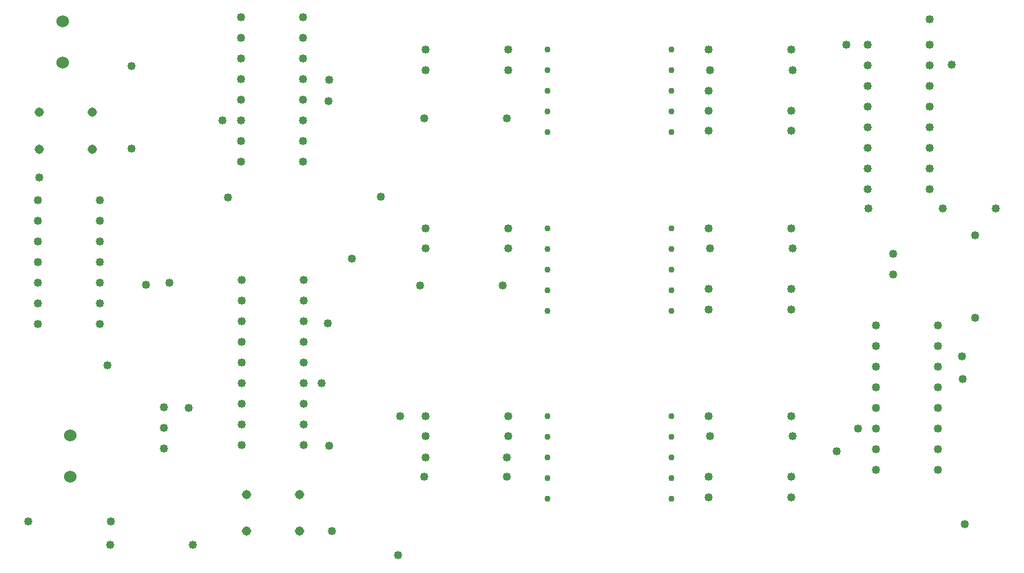
<source format=gbr>
G04 PROTEUS GERBER X2 FILE*
%TF.GenerationSoftware,Labcenter,Proteus,8.8-SP0-Build26547*%
%TF.CreationDate,2024-06-03T23:11:47+00:00*%
%TF.FileFunction,Plated,1,2,PTH*%
%TF.FilePolarity,Positive*%
%TF.Part,Single*%
%TF.SameCoordinates,{21ee4477-aff3-40fb-9ee6-804b83d108f7}*%
%FSLAX45Y45*%
%MOMM*%
G01*
%TA.AperFunction,ViaDrill*%
%ADD29C,1.016000*%
%TA.AperFunction,ComponentDrill*%
%ADD72C,0.762000*%
%TA.AperFunction,ComponentDrill*%
%ADD73C,1.016000*%
%ADD30C,1.524000*%
%TA.AperFunction,ComponentDrill*%
%ADD31C,1.143000*%
%TD.AperFunction*%
D29*
X+11457054Y-10372256D03*
X+5220603Y-10298924D03*
X+5123522Y-9534459D03*
X+11717725Y-10091365D03*
X+6087166Y-9936376D03*
X+13033449Y-11265790D03*
X+13000000Y-9200000D03*
X+13001587Y-9485154D03*
X+2963726Y-8320224D03*
X+12873802Y-5613072D03*
X+11574172Y-5367249D03*
X+5214438Y-5795155D03*
X+5208049Y-6060535D03*
X+3250000Y-8300000D03*
X+3900000Y-6300000D03*
X+7400000Y-10450000D03*
X+6400000Y-10450000D03*
X+5847834Y-7235918D03*
X+3969220Y-7242954D03*
X+9885495Y-5935514D03*
X+12600000Y-5050000D03*
X+3485524Y-9840077D03*
X+2490185Y-9312010D03*
X+5500000Y-8000000D03*
X+5250000Y-11350000D03*
X+1651536Y-7003115D03*
X+6060871Y-11650197D03*
X+11845892Y-7384841D03*
X+12756874Y-7378809D03*
X+13411529Y-7385087D03*
X+5200387Y-8796905D03*
D72*
X+9424000Y-6187956D03*
X+9424000Y-6441956D03*
X+7900000Y-6187956D03*
X+9424000Y-5933956D03*
X+7900000Y-5933956D03*
X+7900000Y-5679956D03*
X+7900000Y-6441956D03*
X+7900000Y-5425956D03*
X+9424000Y-5425956D03*
X+9424000Y-5679956D03*
X+9424000Y-8387956D03*
X+9424000Y-8641956D03*
X+7900000Y-8387956D03*
X+9424000Y-8133956D03*
X+7900000Y-8133956D03*
X+7900000Y-7879956D03*
X+7900000Y-8641956D03*
X+7900000Y-7625956D03*
X+9424000Y-7625956D03*
X+9424000Y-7879956D03*
X+9424000Y-10699956D03*
X+9424000Y-10953956D03*
X+7900000Y-10699956D03*
X+9424000Y-10445956D03*
X+7900000Y-10445956D03*
X+7900000Y-10191956D03*
X+7900000Y-10953956D03*
X+7900000Y-9937956D03*
X+9424000Y-9937956D03*
X+9424000Y-10191956D03*
D73*
X+10900000Y-10687956D03*
X+9884000Y-10687956D03*
X+10900000Y-10937956D03*
X+9884000Y-10937956D03*
X+6384000Y-10687956D03*
X+7400000Y-10687956D03*
X+6400000Y-10187956D03*
X+7416000Y-10187956D03*
X+6400000Y-9937956D03*
X+7416000Y-9937956D03*
X+10916000Y-10187956D03*
X+9900000Y-10187956D03*
X+10900000Y-9937956D03*
X+9884000Y-9937956D03*
X+10900000Y-8375956D03*
X+9884000Y-8375956D03*
X+10900000Y-8625956D03*
X+9884000Y-8625956D03*
X+6334000Y-8325956D03*
X+7350000Y-8325956D03*
X+6400000Y-7875956D03*
X+7416000Y-7875956D03*
X+6400000Y-7625956D03*
X+7416000Y-7625956D03*
X+10916000Y-7875956D03*
X+9900000Y-7875956D03*
X+10900000Y-7625956D03*
X+9884000Y-7625956D03*
X+10900000Y-6175956D03*
X+9884000Y-6175956D03*
X+10900000Y-6425956D03*
X+9884000Y-6425956D03*
X+6384000Y-6275956D03*
X+7400000Y-6275956D03*
X+6400000Y-5675956D03*
X+7416000Y-5675956D03*
X+6400000Y-5425956D03*
X+7416000Y-5425956D03*
X+10916000Y-5675956D03*
X+9900000Y-5675956D03*
X+10900000Y-5425956D03*
X+9884000Y-5425956D03*
X+11938000Y-8821956D03*
X+11938000Y-9075956D03*
X+11938000Y-9329956D03*
X+11938000Y-9583956D03*
X+11938000Y-9837956D03*
X+11938000Y-10091956D03*
X+11938000Y-10345956D03*
X+11938000Y-10599956D03*
X+12700000Y-10599956D03*
X+12700000Y-10345956D03*
X+12700000Y-10091956D03*
X+12700000Y-9837956D03*
X+12700000Y-9583956D03*
X+12700000Y-9329956D03*
X+12700000Y-9075956D03*
X+12700000Y-8821956D03*
X+12600000Y-7145956D03*
X+12600000Y-6891956D03*
X+12600000Y-6637956D03*
X+12600000Y-6383956D03*
X+12600000Y-6129956D03*
X+12600000Y-5875956D03*
X+12600000Y-5621956D03*
X+12600000Y-5367956D03*
X+11838000Y-5367956D03*
X+11838000Y-5621956D03*
X+11838000Y-5875956D03*
X+11838000Y-6129956D03*
X+11838000Y-6383956D03*
X+11838000Y-6637956D03*
X+11838000Y-6891956D03*
X+11838000Y-7145956D03*
X+4134000Y-5031956D03*
X+4134000Y-5285956D03*
X+4134000Y-5539956D03*
X+4134000Y-5793956D03*
X+4134000Y-6047956D03*
X+4134000Y-6301956D03*
X+4134000Y-6555956D03*
X+4134000Y-6809956D03*
X+4896000Y-6809956D03*
X+4896000Y-6555956D03*
X+4896000Y-6301956D03*
X+4896000Y-6047956D03*
X+4896000Y-5793956D03*
X+4896000Y-5539956D03*
X+4896000Y-5285956D03*
X+4896000Y-5031956D03*
D30*
X+1936000Y-5079956D03*
X+1936000Y-5587956D03*
X+2036000Y-10179956D03*
X+2036000Y-10687956D03*
D73*
X+3186000Y-10333956D03*
X+3186000Y-10079956D03*
X+3186000Y-9825956D03*
X+13162000Y-8727956D03*
X+13162000Y-7711956D03*
X+2536000Y-11229956D03*
X+1520000Y-11229956D03*
X+2786000Y-5629956D03*
X+2786000Y-6645956D03*
X+1638000Y-7279956D03*
X+1638000Y-7533956D03*
X+1638000Y-7787956D03*
X+1638000Y-8041956D03*
X+1638000Y-8295956D03*
X+1638000Y-8549956D03*
X+1638000Y-8803956D03*
X+2400000Y-8803956D03*
X+2400000Y-8549956D03*
X+2400000Y-8295956D03*
X+2400000Y-8041956D03*
X+2400000Y-7787956D03*
X+2400000Y-7533956D03*
X+2400000Y-7279956D03*
X+4138000Y-8263956D03*
X+4138000Y-8517956D03*
X+4138000Y-8771956D03*
X+4138000Y-9025956D03*
X+4138000Y-9279956D03*
X+4138000Y-9533956D03*
X+4138000Y-9787956D03*
X+4138000Y-10041956D03*
X+4138000Y-10295956D03*
X+4900000Y-10295956D03*
X+4900000Y-10041956D03*
X+4900000Y-9787956D03*
X+4900000Y-9533956D03*
X+4900000Y-9279956D03*
X+4900000Y-9025956D03*
X+4900000Y-8771956D03*
X+4900000Y-8517956D03*
X+4900000Y-8263956D03*
X+12150000Y-7941956D03*
X+12150000Y-8195956D03*
D31*
X+2300000Y-6650000D03*
X+1650000Y-6650000D03*
X+2300000Y-6200000D03*
X+1650000Y-6200000D03*
X+4850000Y-11350000D03*
X+4200000Y-11350000D03*
X+4850000Y-10900000D03*
X+4200000Y-10900000D03*
D73*
X+2521627Y-11525166D03*
X+3537627Y-11525166D03*
M02*

</source>
